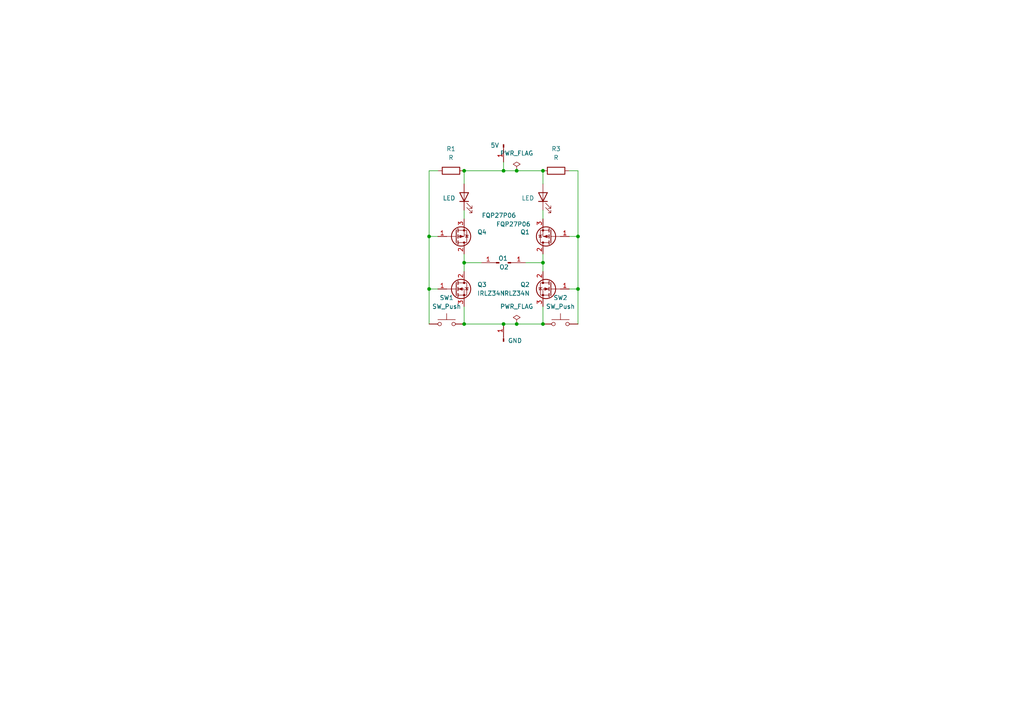
<source format=kicad_sch>
(kicad_sch (version 20250114) (generator "eeschema") (generator_version "9.0")
  (paper "A4")
  (lib_symbols
    (symbol "Connector:Conn_01x01_Pin" (pin_names (offset 1.016) (hide yes))
      (property "Reference" "J" (at 0 2.54 0))
      (property "Value" "Conn_01x01_Pin" (at 0 -2.54 0))
      (symbol "Conn_01x01_Pin_1_1"
        (rectangle (start 0.8636 0.127) (end 0 -0.127) (stroke (width 0.1524)) (fill (type outline)))
        (polyline (pts (xy 1.27 0) (xy 0.8636 0)) (stroke (width 0.1524)))
        (pin passive line (at 5.08 0 180) (length 3.81) (name "Pin_1") (number "1"))
      )
    )
    (symbol "Device:LED" (pin_numbers (hide yes)) (pin_names (offset 1.016) (hide yes))
      (property "Reference" "D" (at 0 2.54 0))
      (property "Value" "LED" (at 0 -2.54 0))
      (symbol "LED_0_1"
        (polyline (pts (xy -3.048 -0.762) (xy -4.572 -2.286) (xy -3.81 -2.286) (xy -4.572 -2.286) (xy -4.572 -1.524)))
        (polyline (pts (xy -1.778 -0.762) (xy -3.302 -2.286) (xy -2.54 -2.286) (xy -3.302 -2.286) (xy -3.302 -1.524)))
        (polyline (pts (xy -1.27 0) (xy 1.27 0)))
        (polyline (pts (xy -1.27 -1.27) (xy -1.27 1.27)) (stroke (width 0.254)))
        (polyline (pts (xy 1.27 -1.27) (xy 1.27 1.27) (xy -1.27 0) (xy 1.27 -1.27)) (stroke (width 0.254)))
      )
      (symbol "LED_1_1"
        (pin passive line (at -3.81 0 0) (length 2.54) (name "K") (number "1"))
        (pin passive line (at 3.81 0 180) (length 2.54) (name "A") (number "2"))
      )
    )
    (symbol "Device:R" (pin_numbers (hide yes)) (pin_names (offset 0))
      (property "Reference" "R" (at 2.032 0 90))
      (property "Value" "R" (at 0 0 90))
      (symbol "R_0_1"
        (rectangle (start -1.016 -2.54) (end 1.016 2.54) (stroke (width 0.254)))
      )
      (symbol "R_1_1"
        (pin passive line (at 0 3.81 270) (length 1.27) (name "~") (number "1"))
        (pin passive line (at 0 -3.81 90) (length 1.27) (name "~") (number "2"))
      )
    )
    (symbol "Switch:SW_Push" (pin_numbers (hide yes)) (pin_names (offset 1.016) (hide yes))
      (property "Reference" "SW" (at 1.27 2.54 0))
      (property "Value" "SW_Push" (at 0 -1.524 0))
      (symbol "SW_Push_0_1"
        (circle (center -2.032 0) (radius 0.508))
        (polyline (pts (xy 0 1.27) (xy 0 3.048)))
        (circle (center 2.032 0) (radius 0.508))
        (polyline (pts (xy 2.54 1.27) (xy -2.54 1.27)))
        (pin passive line (at -5.08 0 0) (length 2.54) (name "1") (number "1"))
        (pin passive line (at 5.08 0 180) (length 2.54) (name "2") (number "2"))
      )
    )
    (symbol "Transistor_FET:FQP27P06" (pin_names (hide yes))
      (property "Reference" "Q" (at 5.08 1.905 0))
      (property "Value" "FQP27P06" (at 5.08 0 0))
      (symbol "FQP27P06_0_1"
        (polyline (pts (xy 0.254 1.905) (xy 0.254 -1.905)) (stroke (width 0.254)))
        (polyline (pts (xy 0.254 0) (xy -2.54 0)))
        (polyline (pts (xy 0.762 2.286) (xy 0.762 1.27)) (stroke (width 0.254)))
        (polyline (pts (xy 0.762 1.778) (xy 3.302 1.778) (xy 3.302 -1.778) (xy 0.762 -1.778)))
        (polyline (pts (xy 0.762 0.508) (xy 0.762 -0.508)) (stroke (width 0.254)))
        (polyline (pts (xy 0.762 -1.27) (xy 0.762 -2.286)) (stroke (width 0.254)))
        (circle (center 1.651 0) (radius 2.794) (stroke (width 0.254)))
        (polyline (pts (xy 2.286 0) (xy 1.27 0.381) (xy 1.27 -0.381) (xy 2.286 0)) (fill (type outline)))
        (polyline (pts (xy 2.54 2.54) (xy 2.54 1.778)))
        (circle (center 2.54 1.778) (radius 0.254) (fill (type outline)))
        (circle (center 2.54 -1.778) (radius 0.254) (fill (type outline)))
        (polyline (pts (xy 2.54 -2.54) (xy 2.54 0) (xy 0.762 0)))
        (polyline (pts (xy 2.794 -0.508) (xy 2.921 -0.381) (xy 3.683 -0.381) (xy 3.81 -0.254)))
        (polyline (pts (xy 3.302 -0.381) (xy 2.921 0.254) (xy 3.683 0.254) (xy 3.302 -0.381)))
      )
      (symbol "FQP27P06_1_1"
        (pin input line (at -5.08 0 0) (length 2.54) (name "G") (number "1"))
        (pin passive line (at 2.54 5.08 270) (length 2.54) (name "D") (number "2"))
        (pin passive line (at 2.54 -5.08 90) (length 2.54) (name "S") (number "3"))
      )
    )
    (symbol "Transistor_FET:IRLZ34N" (pin_names (hide yes))
      (property "Reference" "Q" (at 5.08 1.905 0))
      (property "Value" "IRLZ34N" (at 5.08 0 0))
      (symbol "IRLZ34N_0_1"
        (polyline (pts (xy 0.254 1.905) (xy 0.254 -1.905)) (stroke (width 0.254)))
        (polyline (pts (xy 0.254 0) (xy -2.54 0)))
        (polyline (pts (xy 0.762 2.286) (xy 0.762 1.27)) (stroke (width 0.254)))
        (polyline (pts (xy 0.762 0.508) (xy 0.762 -0.508)) (stroke (width 0.254)))
        (polyline (pts (xy 0.762 -1.27) (xy 0.762 -2.286)) (stroke (width 0.254)))
        (polyline (pts (xy 0.762 -1.778) (xy 3.302 -1.778) (xy 3.302 1.778) (xy 0.762 1.778)))
        (polyline (pts (xy 1.016 0) (xy 2.032 0.381) (xy 2.032 -0.381) (xy 1.016 0)) (fill (type outline)))
        (circle (center 1.651 0) (radius 2.794) (stroke (width 0.254)))
        (polyline (pts (xy 2.54 2.54) (xy 2.54 1.778)))
        (circle (center 2.54 1.778) (radius 0.254) (fill (type outline)))
        (circle (center 2.54 -1.778) (radius 0.254) (fill (type outline)))
        (polyline (pts (xy 2.54 -2.54) (xy 2.54 0) (xy 0.762 0)))
        (polyline (pts (xy 2.794 0.508) (xy 2.921 0.381) (xy 3.683 0.381) (xy 3.81 0.254)))
        (polyline (pts (xy 3.302 0.381) (xy 2.921 -0.254) (xy 3.683 -0.254) (xy 3.302 0.381)))
      )
      (symbol "IRLZ34N_1_1"
        (pin input line (at -5.08 0 0) (length 2.54) (name "G") (number "1"))
        (pin passive line (at 2.54 5.08 270) (length 2.54) (name "D") (number "2"))
        (pin passive line (at 2.54 -5.08 90) (length 2.54) (name "S") (number "3"))
      )
    )
    (symbol "power:PWR_FLAG" (power) (pin_numbers (hide yes)) (pin_names (offset 0) (hide yes))
      (property "Value" "PWR_FLAG" (at 0 3.81 0))
      (symbol "PWR_FLAG_0_0"
        (pin power_out line (at 0 0 90) (length 0) (name "~") (number "1"))
      )
      (symbol "PWR_FLAG_0_1"
        (polyline (pts (xy 0 0) (xy 0 1.27) (xy -1.016 1.905) (xy 0 2.54) (xy 1.016 1.905) (xy 0 1.27)))
      )
    )
  )
  (junction (at 134.62 93.98))
  (junction (at 157.48 93.98))
  (junction (at 167.64 83.82))
  (junction (at 124.46 68.58))
  (junction (at 146.05 49.53))
  (junction (at 134.62 76.2))
  (junction (at 167.64 68.58))
  (junction (at 157.48 76.2))
  (junction (at 124.46 83.82))
  (junction (at 149.86 93.98))
  (junction (at 146.05 93.98))
  (junction (at 134.62 49.53))
  (junction (at 149.86 49.53))
  (junction (at 157.48 49.53))
  (wire (pts (xy 146.05 49.53) (xy 149.86 49.53)))
  (wire (pts (xy 167.64 83.82) (xy 167.64 68.58)))
  (wire (pts (xy 167.64 68.58) (xy 167.64 49.53)))
  (wire (pts (xy 134.62 49.53) (xy 146.05 49.53)))
  (wire (pts (xy 124.46 68.58) (xy 127 68.58)))
  (wire (pts (xy 149.86 49.53) (xy 157.48 49.53)))
  (wire (pts (xy 157.48 49.53) (xy 157.48 53.34)))
  (wire (pts (xy 165.1 68.58) (xy 167.64 68.58)))
  (wire (pts (xy 157.48 60.96) (xy 157.48 63.5)))
  (wire (pts (xy 146.05 93.98) (xy 149.86 93.98)))
  (wire (pts (xy 134.62 73.66) (xy 134.62 76.2)))
  (wire (pts (xy 165.1 83.82) (xy 167.64 83.82)))
  (wire (pts (xy 134.62 88.9) (xy 134.62 93.98)))
  (wire (pts (xy 134.62 78.74) (xy 134.62 76.2)))
  (wire (pts (xy 157.48 78.74) (xy 157.48 76.2)))
  (wire (pts (xy 134.62 60.96) (xy 134.62 63.5)))
  (wire (pts (xy 167.64 49.53) (xy 165.1 49.53)))
  (wire (pts (xy 124.46 68.58) (xy 124.46 49.53)))
  (wire (pts (xy 167.64 93.98) (xy 167.64 83.82)))
  (wire (pts (xy 157.48 73.66) (xy 157.48 76.2)))
  (wire (pts (xy 124.46 93.98) (xy 124.46 83.82)))
  (wire (pts (xy 134.62 93.98) (xy 146.05 93.98)))
  (wire (pts (xy 146.05 49.53) (xy 146.05 46.99)))
  (wire (pts (xy 134.62 76.2) (xy 139.7 76.2)))
  (wire (pts (xy 124.46 83.82) (xy 124.46 68.58)))
  (wire (pts (xy 124.46 49.53) (xy 127 49.53)))
  (wire (pts (xy 149.86 93.98) (xy 157.48 93.98)))
  (wire (pts (xy 124.46 83.82) (xy 127 83.82)))
  (wire (pts (xy 134.62 49.53) (xy 134.62 53.34)))
  (wire (pts (xy 157.48 88.9) (xy 157.48 93.98)))
  (wire (pts (xy 157.48 76.2) (xy 152.4 76.2)))
  (symbol (lib_id "Transistor_FET:FQP27P06") (at 160.02 68.58 180) (unit 1)
    (property "Reference" "Q1" (at 153.67 67.3099 0) (effects (justify left)))
    (property "Value" "FQP27P06" (at 153.924 65.024 0) (effects (justify left)))
    (property "Footprint" "Package_TO_SOT_THT:TO-220-3_Vertical" (effects (hide yes)))
    (property "Datasheet" "https://www.onsemi.com/pub/Collateral/FQP27P06-D.PDF" (effects (hide yes)))
    (property "Description" "-27A Id, -60V Vds, QFET P-Channel MOSFET, TO-220" (effects (hide yes)))
  )
  (symbol (lib_id "Connector:Conn_01x01_Pin") (at 146.05 99.06 90) (unit 1)
    (property "Reference" "J1" (effects (hide yes)))
    (property "Value" "GND" (at 147.32 98.806 90) (effects (justify right)))
    (property "Footprint" "Connector_PinHeader_2.54mm:PinHeader_1x01_P2.54mm_Vertical" (effects (hide yes)))
    (property "Description" "Generic connector, single row, 01x01, script generated" (effects (hide yes)))
  )
  (symbol (lib_id "Device:LED") (at 157.48 57.15 90) (unit 1)
    (property "Reference" "D2" (effects (hide yes)))
    (property "Value" "LED" (at 154.94 57.4676 90) (effects (justify left)))
    (property "Footprint" "LED_SMD:LED_0201_0603Metric" (effects (hide yes)))
    (property "Description" "Light emitting diode" (effects (hide yes)))
    (property "Sim.Pins" "1=K 2=A" (effects (hide yes)))
  )
  (symbol (lib_id "power:PWR_FLAG") (at 149.86 93.98 0) (unit 1)
    (property "Reference" "#FLG02" (effects (hide yes)))
    (property "Value" "PWR_FLAG" (at 149.86 88.9 0))
    (property "Description" "Special symbol for telling ERC where power comes from" (effects (hide yes)))
  )
  (symbol (lib_id "Transistor_FET:IRLZ34N") (at 160.02 83.82 0) (mirror y) (unit 1)
    (property "Reference" "Q2" (at 153.67 82.5499 0) (effects (justify left)))
    (property "Value" "IRLZ34N" (at 153.67 85.0899 0) (effects (justify left)))
    (property "Footprint" "Package_TO_SOT_THT:TO-220-3_Vertical" (effects (hide yes)))
    (property "Datasheet" "http://www.infineon.com/dgdl/irlz34npbf.pdf?fileId=5546d462533600a40153567206892720" (effects (hide yes)))
    (property "Description" "30A Id, 55V Vds, 35mOhm Rds, N-Channel HEXFET Power MOSFET, TO-220AB" (effects (hide yes)))
  )
  (symbol (lib_id "Device:R") (at 130.81 49.53 90) (unit 1)
    (property "Reference" "R1" (at 130.81 43.18 90))
    (property "Value" "R" (at 130.81 45.72 90))
    (property "Footprint" "Resistor_SMD:R_0805_2012Metric" (effects (hide yes)))
    (property "Description" "Resistor" (effects (hide yes)))
  )
  (symbol (lib_id "Connector:Conn_01x01_Pin") (at 147.32 76.2 0) (unit 1)
    (property "Reference" "J4" (effects (hide yes)))
    (property "Value" "O2" (at 147.574 77.47 0) (effects (justify right)))
    (property "Footprint" "Connector_PinHeader_2.54mm:PinHeader_1x01_P2.54mm_Vertical" (effects (hide yes)))
    (property "Description" "Generic connector, single row, 01x01, script generated" (effects (hide yes)))
  )
  (symbol (lib_id "Connector:Conn_01x01_Pin") (at 146.05 41.91 270) (unit 1)
    (property "Reference" "J2" (effects (hide yes)))
    (property "Value" "5V" (at 144.78 42.164 90) (effects (justify right)))
    (property "Footprint" "Connector_PinHeader_2.54mm:PinHeader_1x01_P2.54mm_Vertical" (effects (hide yes)))
    (property "Description" "Generic connector, single row, 01x01, script generated" (effects (hide yes)))
  )
  (symbol (lib_id "Switch:SW_Push") (at 162.56 93.98 0) (unit 1)
    (property "Reference" "SW2" (at 162.56 86.36 0))
    (property "Value" "SW_Push" (at 162.56 88.9 0))
    (property "Footprint" "Button_Switch_SMD:SW_SPST_B3S-1000" (effects (hide yes)))
    (property "Description" "Push button switch, generic, two pins" (effects (hide yes)))
  )
  (symbol (lib_id "Device:R") (at 161.29 49.53 90) (unit 1)
    (property "Reference" "R3" (at 161.29 43.18 90))
    (property "Value" "R" (at 161.29 45.72 90))
    (property "Footprint" "Resistor_SMD:R_0805_2012Metric" (effects (hide yes)))
    (property "Description" "Resistor" (effects (hide yes)))
  )
  (symbol (lib_id "Connector:Conn_01x01_Pin") (at 144.78 76.2 180) (unit 1)
    (property "Reference" "J3" (effects (hide yes)))
    (property "Value" "O1" (at 144.526 74.93 0) (effects (justify right)))
    (property "Footprint" "Connector_PinHeader_2.54mm:PinHeader_1x01_P2.54mm_Vertical" (effects (hide yes)))
    (property "Description" "Generic connector, single row, 01x01, script generated" (effects (hide yes)))
  )
  (symbol (lib_id "power:PWR_FLAG") (at 149.86 49.53 0) (unit 1)
    (property "Reference" "#FLG01" (effects (hide yes)))
    (property "Value" "PWR_FLAG" (at 149.86 44.45 0))
    (property "Description" "Special symbol for telling ERC where power comes from" (effects (hide yes)))
  )
  (symbol (lib_id "Device:LED") (at 134.62 57.15 90) (unit 1)
    (property "Reference" "D1" (effects (hide yes)))
    (property "Value" "LED" (at 132.08 57.4676 90) (effects (justify left)))
    (property "Footprint" "LED_SMD:LED_0201_0603Metric" (effects (hide yes)))
    (property "Description" "Light emitting diode" (effects (hide yes)))
    (property "Sim.Pins" "1=K 2=A" (effects (hide yes)))
  )
  (symbol (lib_id "Switch:SW_Push") (at 129.54 93.98 0) (unit 1)
    (property "Reference" "SW1" (at 129.54 86.36 0))
    (property "Value" "SW_Push" (at 129.54 88.9 0))
    (property "Footprint" "Button_Switch_SMD:SW_SPST_B3S-1000" (effects (hide yes)))
    (property "Description" "Push button switch, generic, two pins" (effects (hide yes)))
  )
  (symbol (lib_id "Transistor_FET:FQP27P06") (at 132.08 68.58 0) (mirror x) (unit 1)
    (property "Reference" "Q4" (at 138.43 67.3099 0) (effects (justify left)))
    (property "Value" "FQP27P06" (at 139.7 62.484 0) (effects (justify left)))
    (property "Footprint" "Package_TO_SOT_THT:TO-220-3_Vertical" (effects (hide yes)))
    (property "Datasheet" "https://www.onsemi.com/pub/Collateral/FQP27P06-D.PDF" (effects (hide yes)))
    (property "Description" "-27A Id, -60V Vds, QFET P-Channel MOSFET, TO-220" (effects (hide yes)))
  )
  (symbol (lib_id "Transistor_FET:IRLZ34N") (at 132.08 83.82 0) (unit 1)
    (property "Reference" "Q3" (at 138.43 82.5499 0) (effects (justify left)))
    (property "Value" "IRLZ34N" (at 138.43 85.0899 0) (effects (justify left)))
    (property "Footprint" "Package_TO_SOT_THT:TO-220-3_Vertical" (effects (hide yes)))
    (property "Datasheet" "http://www.infineon.com/dgdl/irlz34npbf.pdf?fileId=5546d462533600a40153567206892720" (effects (hide yes)))
    (property "Description" "30A Id, 55V Vds, 35mOhm Rds, N-Channel HEXFET Power MOSFET, TO-220AB" (effects (hide yes)))
  )
)
</source>
